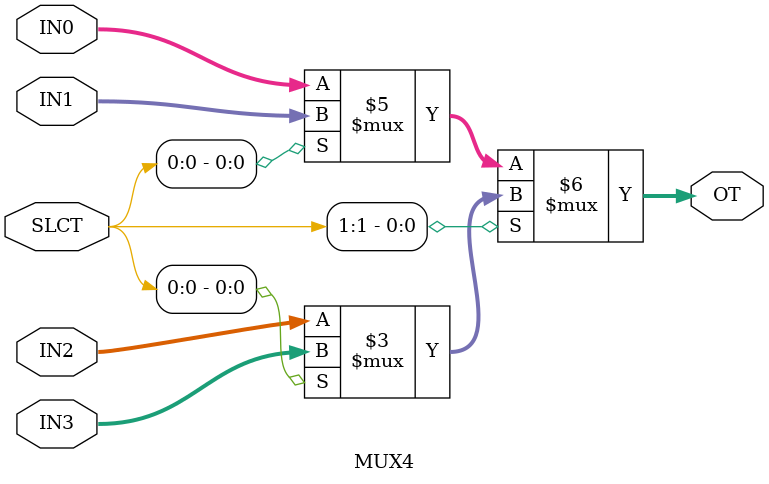
<source format=v>
module MUX4#(parameter SIZE = 8)(input[1:0] SLCT, input [SIZE - 1:0] IN3, IN2, IN1, IN0, output [SIZE - 1 : 0] OT);
  
  assign OT = (SLCT[1] == 1'b1)? { (SLCT[0] == 1'b1)?IN3 : IN2 } :  {(SLCT[0] == 1'b1)?IN1 : IN0} ;
endmodule
</source>
